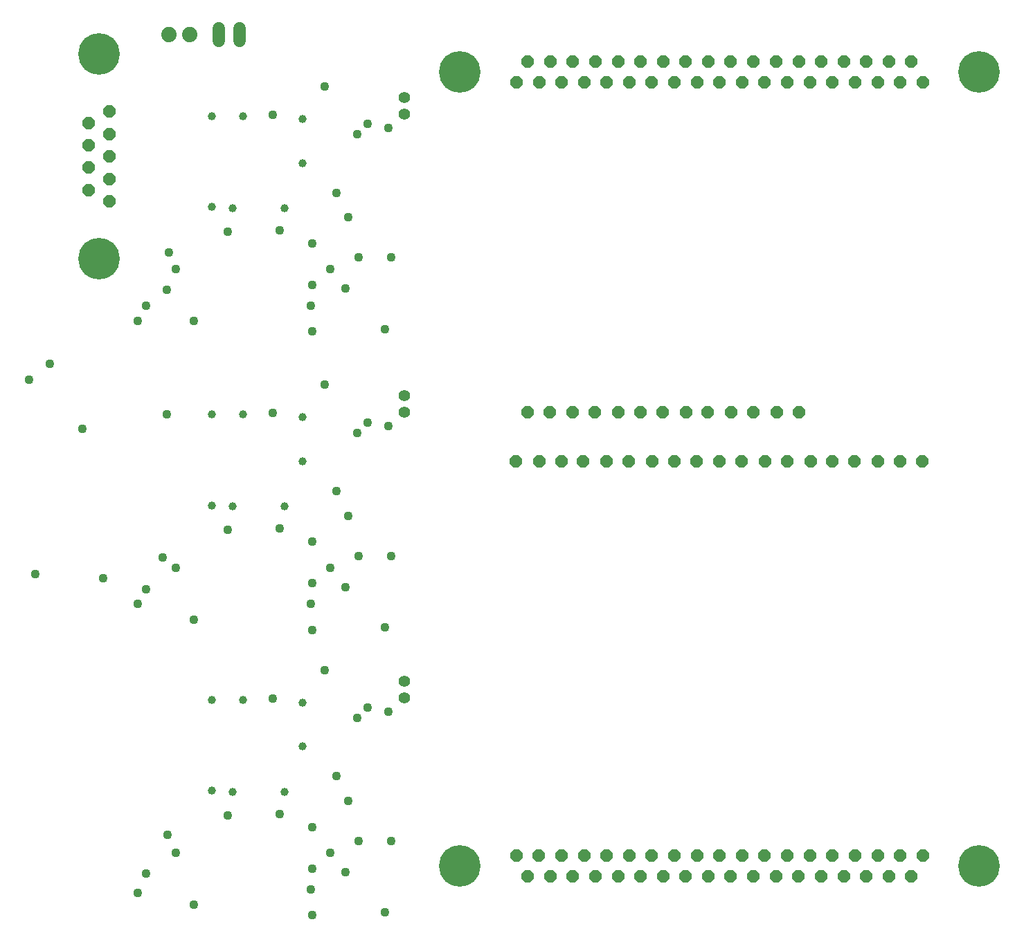
<source format=gbs>
G75*
%MOIN*%
%OFA0B0*%
%FSLAX25Y25*%
%IPPOS*%
%LPD*%
%AMOC8*
5,1,8,0,0,1.08239X$1,22.5*
%
%ADD10C,0.05543*%
%ADD11OC8,0.06000*%
%ADD12C,0.20000*%
%ADD13C,0.06000*%
%ADD14C,0.07400*%
%ADD15C,0.03969*%
%ADD16C,0.04362*%
D10*
X0324000Y0181313D03*
X0324000Y0189187D03*
X0324000Y0318813D03*
X0324000Y0326687D03*
X0324000Y0462563D03*
X0324000Y0470437D03*
D11*
X0378075Y0477750D03*
X0388975Y0477750D03*
X0399775Y0477750D03*
X0410675Y0477750D03*
X0421575Y0477750D03*
X0432375Y0477750D03*
X0443275Y0477750D03*
X0454175Y0477750D03*
X0464975Y0477750D03*
X0475875Y0477750D03*
X0486775Y0477750D03*
X0497575Y0477750D03*
X0508475Y0477750D03*
X0519375Y0477750D03*
X0530275Y0477750D03*
X0541075Y0477750D03*
X0551975Y0477750D03*
X0562875Y0477750D03*
X0573675Y0477750D03*
X0568275Y0487750D03*
X0557375Y0487750D03*
X0546575Y0487750D03*
X0535675Y0487750D03*
X0524775Y0487750D03*
X0513975Y0487750D03*
X0503075Y0487750D03*
X0492175Y0487750D03*
X0481275Y0487750D03*
X0470475Y0487750D03*
X0459575Y0487750D03*
X0448675Y0487750D03*
X0437875Y0487750D03*
X0426975Y0487750D03*
X0416075Y0487750D03*
X0405275Y0487750D03*
X0394375Y0487750D03*
X0383475Y0487750D03*
X0182125Y0463725D03*
X0172125Y0458325D03*
X0182125Y0452925D03*
X0172125Y0447525D03*
X0182125Y0442125D03*
X0172125Y0436725D03*
X0182125Y0431325D03*
X0172125Y0425925D03*
X0182125Y0420525D03*
X0383375Y0319000D03*
X0394000Y0319000D03*
X0405250Y0319000D03*
X0415875Y0319000D03*
X0427125Y0319000D03*
X0437750Y0319000D03*
X0448375Y0319000D03*
X0459625Y0319000D03*
X0470250Y0319000D03*
X0481500Y0319000D03*
X0492125Y0319000D03*
X0503375Y0319000D03*
X0514000Y0319000D03*
X0508375Y0295250D03*
X0497750Y0295250D03*
X0486500Y0295250D03*
X0475875Y0295250D03*
X0464625Y0295250D03*
X0454000Y0295250D03*
X0443375Y0295250D03*
X0432125Y0295250D03*
X0421500Y0295250D03*
X0410250Y0295250D03*
X0399625Y0295250D03*
X0389000Y0295250D03*
X0377750Y0295250D03*
X0519625Y0295250D03*
X0530250Y0295250D03*
X0540875Y0295250D03*
X0552125Y0295250D03*
X0562750Y0295250D03*
X0573375Y0295250D03*
X0573675Y0105250D03*
X0562775Y0105250D03*
X0551975Y0105250D03*
X0541075Y0105250D03*
X0530175Y0105250D03*
X0519375Y0105250D03*
X0508475Y0105250D03*
X0497575Y0105250D03*
X0486775Y0105250D03*
X0475875Y0105250D03*
X0464975Y0105250D03*
X0454175Y0105250D03*
X0443275Y0105250D03*
X0432375Y0105250D03*
X0421475Y0105250D03*
X0410675Y0105250D03*
X0399775Y0105250D03*
X0388875Y0105250D03*
X0378075Y0105250D03*
X0383475Y0095250D03*
X0394375Y0095250D03*
X0405175Y0095250D03*
X0416075Y0095250D03*
X0426975Y0095250D03*
X0437875Y0095250D03*
X0448675Y0095250D03*
X0459575Y0095250D03*
X0470475Y0095250D03*
X0481275Y0095250D03*
X0492175Y0095250D03*
X0503075Y0095250D03*
X0513875Y0095250D03*
X0524775Y0095250D03*
X0535675Y0095250D03*
X0546475Y0095250D03*
X0557375Y0095250D03*
X0568275Y0095250D03*
D12*
X0600875Y0100250D03*
X0350875Y0100250D03*
X0177125Y0392825D03*
X0177125Y0491425D03*
X0350875Y0482750D03*
X0600875Y0482750D03*
D13*
X0244625Y0497875D02*
X0244625Y0503875D01*
X0234625Y0503875D02*
X0234625Y0497875D01*
D14*
X0220875Y0500875D03*
X0210875Y0500875D03*
D15*
X0231500Y0461500D03*
X0246500Y0461500D03*
X0275250Y0460250D03*
X0275250Y0439000D03*
X0266500Y0417125D03*
X0241500Y0417125D03*
X0231500Y0417750D03*
X0231500Y0317750D03*
X0246500Y0317750D03*
X0275250Y0316500D03*
X0275250Y0295250D03*
X0266500Y0273375D03*
X0241500Y0273375D03*
X0231500Y0274000D03*
X0231500Y0180250D03*
X0246500Y0180250D03*
X0275250Y0179000D03*
X0275250Y0157750D03*
X0266500Y0135875D03*
X0241500Y0135875D03*
X0231500Y0136500D03*
D16*
X0195875Y0087125D03*
X0199625Y0096500D03*
X0214000Y0106500D03*
X0210250Y0115250D03*
X0239000Y0124625D03*
X0264000Y0125250D03*
X0279625Y0119000D03*
X0288375Y0106500D03*
X0295875Y0097125D03*
X0302125Y0112125D03*
X0317750Y0112125D03*
X0297125Y0131500D03*
X0291500Y0143375D03*
X0301500Y0171500D03*
X0306500Y0176500D03*
X0316500Y0174625D03*
X0285875Y0194625D03*
X0260875Y0180875D03*
X0279625Y0214000D03*
X0279000Y0226500D03*
X0279625Y0236500D03*
X0288375Y0244000D03*
X0302125Y0249625D03*
X0317750Y0249625D03*
X0295875Y0234625D03*
X0314625Y0215250D03*
X0279625Y0256500D03*
X0264000Y0262750D03*
X0239000Y0262125D03*
X0214000Y0244000D03*
X0207750Y0249000D03*
X0199625Y0233375D03*
X0195875Y0226500D03*
X0179000Y0239000D03*
X0146500Y0240875D03*
X0222750Y0219000D03*
X0297125Y0269000D03*
X0291500Y0280875D03*
X0301500Y0309000D03*
X0306500Y0314000D03*
X0316500Y0312125D03*
X0285875Y0332125D03*
X0260875Y0318375D03*
X0279625Y0357750D03*
X0279000Y0370250D03*
X0279625Y0380250D03*
X0288375Y0387750D03*
X0295875Y0378375D03*
X0302125Y0393375D03*
X0317750Y0393375D03*
X0297125Y0412750D03*
X0291500Y0424625D03*
X0279625Y0400250D03*
X0264000Y0406500D03*
X0239000Y0405875D03*
X0210875Y0395875D03*
X0214000Y0387750D03*
X0209625Y0377750D03*
X0199625Y0370250D03*
X0195875Y0362750D03*
X0222750Y0362750D03*
X0209625Y0317750D03*
X0169000Y0310875D03*
X0143375Y0334625D03*
X0153375Y0342125D03*
X0172350Y0436500D03*
X0260875Y0462125D03*
X0285875Y0475875D03*
X0306500Y0457750D03*
X0301500Y0452750D03*
X0316500Y0455875D03*
X0314625Y0359000D03*
X0279625Y0099000D03*
X0279000Y0089000D03*
X0279625Y0076500D03*
X0314625Y0077750D03*
X0222750Y0081500D03*
M02*

</source>
